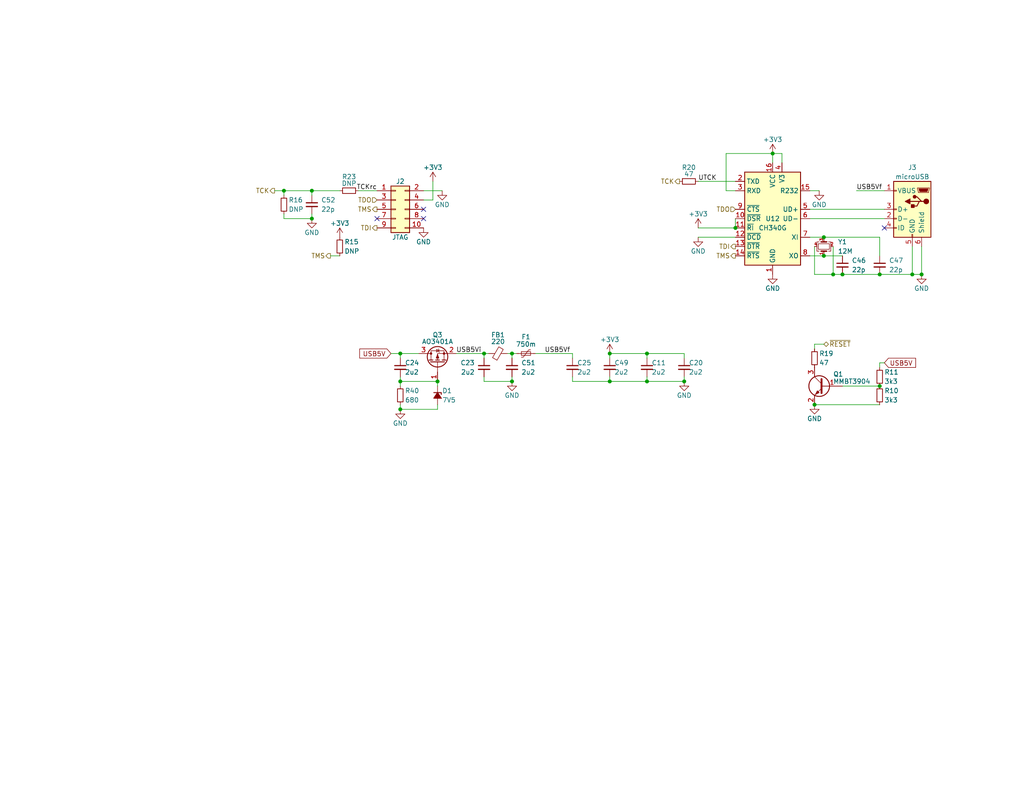
<source format=kicad_sch>
(kicad_sch (version 20231120) (generator "eeschema") (generator_version "8.0")
  (paper "USLetter")
  (title_block (title "WarpSE (GW4410A)") (date "2025-01-05") (rev "1.0") (company "Garrett's Workshop"))
  (lib_symbols
    (symbol "Connector:USB_B_Micro" (pin_names (offset 1.016))
      (property "Reference" "J" (at -5.08 11.43 0))
      (property "Value" "USB_B_Micro" (at -5.08 8.89 0))
      (symbol "USB_B_Micro_0_1"
        (rectangle (start -5.08 -7.62) (end 5.08 7.62) (stroke (width 0.254)) (fill (type background)))
        (circle (center -3.81 2.159) (radius 0.635) (stroke (width 0.254)) (fill (type outline)))
        (circle (center -0.635 3.429) (radius 0.381) (stroke (width 0.254)) (fill (type outline)))
        (rectangle (start -0.127 -7.62) (end 0.127 -6.858))
        (polyline (pts (xy -1.905 2.159) (xy 0.635 2.159)) (stroke (width 0.254)))
        (polyline (pts (xy -3.175 2.159) (xy -2.54 2.159) (xy -1.27 3.429) (xy -0.635 3.429)) (stroke (width 0.254)))
        (polyline (pts (xy -2.54 2.159) (xy -1.905 2.159) (xy -1.27 0.889) (xy 0 0.889)) (stroke (width 0.254)))
        (polyline (pts (xy 0.635 2.794) (xy 0.635 1.524) (xy 1.905 2.159) (xy 0.635 2.794)) (stroke (width 0.254)) (fill (type outline)))
        (polyline (pts (xy -4.318 5.588) (xy -1.778 5.588) (xy -2.032 4.826) (xy -4.064 4.826) (xy -4.318 5.588)) (fill (type outline)))
        (polyline (pts (xy -4.699 5.842) (xy -4.699 5.588) (xy -4.445 4.826) (xy -4.445 4.572) (xy -1.651 4.572) (xy -1.651 4.826) (xy -1.397 5.588) (xy -1.397 5.842) (xy -4.699 5.842)))
        (rectangle (start 0.254 1.27) (end -0.508 0.508) (stroke (width 0.254)) (fill (type outline)))
        (rectangle (start 5.08 -5.207) (end 4.318 -4.953))
        (rectangle (start 5.08 -2.667) (end 4.318 -2.413))
        (rectangle (start 5.08 -0.127) (end 4.318 0.127))
        (rectangle (start 5.08 4.953) (end 4.318 5.207))
      )
      (symbol "USB_B_Micro_1_1"
        (pin power_out line (at 7.62 5.08 180) (length 2.54) (name "VBUS") (number "1"))
        (pin bidirectional line (at 7.62 -2.54 180) (length 2.54) (name "D-") (number "2"))
        (pin bidirectional line (at 7.62 0 180) (length 2.54) (name "D+") (number "3"))
        (pin passive line (at 7.62 -5.08 180) (length 2.54) (name "ID") (number "4"))
        (pin power_out line (at 0 -10.16 90) (length 2.54) (name "GND") (number "5"))
        (pin passive line (at -2.54 -10.16 90) (length 2.54) (name "Shield") (number "6"))
      )
    )
    (symbol "Connector_Generic:Conn_02x05_Odd_Even" (pin_names (offset 1.016) hide)
      (property "Reference" "J" (at 1.27 7.62 0))
      (property "Value" "Conn_02x05_Odd_Even" (at 1.27 -7.62 0))
      (symbol "Conn_02x05_Odd_Even_1_1"
        (rectangle (start -1.27 -4.953) (end 0 -5.207) (stroke (width 0.1524)))
        (rectangle (start -1.27 -2.413) (end 0 -2.667) (stroke (width 0.1524)))
        (rectangle (start -1.27 0.127) (end 0 -0.127) (stroke (width 0.1524)))
        (rectangle (start -1.27 2.667) (end 0 2.413) (stroke (width 0.1524)))
        (rectangle (start -1.27 5.207) (end 0 4.953) (stroke (width 0.1524)))
        (rectangle (start -1.27 6.35) (end 3.81 -6.35) (stroke (width 0.254)) (fill (type background)))
        (rectangle (start 3.81 -4.953) (end 2.54 -5.207) (stroke (width 0.1524)))
        (rectangle (start 3.81 -2.413) (end 2.54 -2.667) (stroke (width 0.1524)))
        (rectangle (start 3.81 0.127) (end 2.54 -0.127) (stroke (width 0.1524)))
        (rectangle (start 3.81 2.667) (end 2.54 2.413) (stroke (width 0.1524)))
        (rectangle (start 3.81 5.207) (end 2.54 4.953) (stroke (width 0.1524)))
        (pin passive line (at -5.08 5.08 0) (length 3.81) (name "Pin_1") (number "1"))
        (pin passive line (at 7.62 -5.08 180) (length 3.81) (name "Pin_10") (number "10"))
        (pin passive line (at 7.62 5.08 180) (length 3.81) (name "Pin_2") (number "2"))
        (pin passive line (at -5.08 2.54 0) (length 3.81) (name "Pin_3") (number "3"))
        (pin passive line (at 7.62 2.54 180) (length 3.81) (name "Pin_4") (number "4"))
        (pin passive line (at -5.08 0 0) (length 3.81) (name "Pin_5") (number "5"))
        (pin passive line (at 7.62 0 180) (length 3.81) (name "Pin_6") (number "6"))
        (pin passive line (at -5.08 -2.54 0) (length 3.81) (name "Pin_7") (number "7"))
        (pin passive line (at 7.62 -2.54 180) (length 3.81) (name "Pin_8") (number "8"))
        (pin passive line (at -5.08 -5.08 0) (length 3.81) (name "Pin_9") (number "9"))
      )
    )
    (symbol "Device:C_Small" (pin_numbers hide) (pin_names (offset 0.254) hide)
      (property "Reference" "C" (at 0.254 1.778 0))
      (property "Value" "C_Small" (at 0.254 -2.032 0))
      (symbol "C_Small_0_1"
        (polyline (pts (xy -1.524 -0.508) (xy 1.524 -0.508)) (stroke (width 0.3302)))
        (polyline (pts (xy -1.524 0.508) (xy 1.524 0.508)) (stroke (width 0.3048)))
      )
      (symbol "C_Small_1_1"
        (pin passive line (at 0 2.54 270) (length 2.032) (name "~") (number "1"))
        (pin passive line (at 0 -2.54 90) (length 2.032) (name "~") (number "2"))
      )
    )
    (symbol "Device:Crystal_GND24_Small" (pin_names (offset 1.016) hide)
      (property "Reference" "Y" (at 1.27 4.445 0))
      (property "Value" "Crystal_GND24_Small" (at 1.27 2.54 0))
      (symbol "Crystal_GND24_Small_0_1"
        (rectangle (start -0.762 -1.524) (end 0.762 1.524))
        (polyline (pts (xy -1.27 -0.762) (xy -1.27 0.762)) (stroke (width 0.381)))
        (polyline (pts (xy 1.27 -0.762) (xy 1.27 0.762)) (stroke (width 0.381)))
        (polyline (pts (xy -1.27 -1.27) (xy -1.27 -1.905) (xy 1.27 -1.905) (xy 1.27 -1.27)))
        (polyline (pts (xy -1.27 1.27) (xy -1.27 1.905) (xy 1.27 1.905) (xy 1.27 1.27)))
      )
      (symbol "Crystal_GND24_Small_1_1"
        (pin passive line (at -2.54 0 0) (length 1.27) (name "1") (number "1"))
        (pin passive line (at 0 -2.54 90) (length 0.635) (name "2") (number "2"))
        (pin passive line (at 2.54 0 180) (length 1.27) (name "3") (number "3"))
        (pin passive line (at 0 2.54 270) (length 0.635) (name "4") (number "4"))
      )
    )
    (symbol "Device:D_Zener_Small_Filled" (pin_numbers hide) (pin_names (offset 0.254) hide)
      (property "Reference" "D" (at 0 2.286 0))
      (property "Value" "D_Zener_Small_Filled" (at 0 -2.286 0))
      (symbol "D_Zener_Small_Filled_0_1"
        (polyline (pts (xy 0.762 0) (xy -0.762 0)))
        (polyline (pts (xy -0.254 1.016) (xy -0.762 1.016) (xy -0.762 -1.016)) (stroke (width 0.254)))
        (polyline (pts (xy 0.762 1.016) (xy -0.762 0) (xy 0.762 -1.016) (xy 0.762 1.016)) (stroke (width 0.254)) (fill (type outline)))
      )
      (symbol "D_Zener_Small_Filled_1_1"
        (pin passive line (at -2.54 0 0) (length 1.778) (name "K") (number "1"))
        (pin passive line (at 2.54 0 180) (length 1.778) (name "A") (number "2"))
      )
    )
    (symbol "Device:FerriteBead_Small" (pin_numbers hide) (pin_names (offset 0))
      (property "Reference" "FB" (at 1.905 1.27 0))
      (property "Value" "FerriteBead_Small" (at 1.905 -1.27 0))
      (symbol "FerriteBead_Small_0_1"
        (polyline (pts (xy 0 -1.27) (xy 0 -0.7874)))
        (polyline (pts (xy 0 0.889) (xy 0 1.2954)))
        (polyline (pts (xy -1.8288 0.2794) (xy -1.1176 1.4986) (xy 1.8288 -0.2032) (xy 1.1176 -1.4224) (xy -1.8288 0.2794)))
      )
      (symbol "FerriteBead_Small_1_1"
        (pin passive line (at 0 2.54 270) (length 1.27) (name "~") (number "1"))
        (pin passive line (at 0 -2.54 90) (length 1.27) (name "~") (number "2"))
      )
    )
    (symbol "Device:Polyfuse_Small" (pin_numbers hide) (pin_names (offset 0))
      (property "Reference" "F" (at -1.905 0 90))
      (property "Value" "Polyfuse_Small" (at 1.905 0 90))
      (symbol "Polyfuse_Small_0_1"
        (rectangle (start -0.508 1.27) (end 0.508 -1.27))
        (polyline (pts (xy 0 2.54) (xy 0 -2.54)))
        (polyline (pts (xy -1.016 1.27) (xy -1.016 0.762) (xy 1.016 -0.762) (xy 1.016 -1.27)))
      )
      (symbol "Polyfuse_Small_1_1"
        (pin passive line (at 0 2.54 270) (length 0.635) (name "~") (number "1"))
        (pin passive line (at 0 -2.54 90) (length 0.635) (name "~") (number "2"))
      )
    )
    (symbol "Device:Q_PMOS_GSD" (pin_names (offset 0) hide)
      (property "Reference" "Q" (at 5.08 1.27 0))
      (property "Value" "Q_PMOS_GSD" (at 5.08 -1.27 0))
      (symbol "Q_PMOS_GSD_0_1"
        (polyline (pts (xy 0.254 0) (xy -2.54 0)))
        (polyline (pts (xy 0.254 1.905) (xy 0.254 -1.905)) (stroke (width 0.254)))
        (polyline (pts (xy 0.762 -1.27) (xy 0.762 -2.286)) (stroke (width 0.254)))
        (polyline (pts (xy 0.762 0.508) (xy 0.762 -0.508)) (stroke (width 0.254)))
        (polyline (pts (xy 0.762 2.286) (xy 0.762 1.27)) (stroke (width 0.254)))
        (polyline (pts (xy 2.54 2.54) (xy 2.54 1.778)))
        (polyline (pts (xy 2.54 -2.54) (xy 2.54 0) (xy 0.762 0)))
        (polyline (pts (xy 0.762 1.778) (xy 3.302 1.778) (xy 3.302 -1.778) (xy 0.762 -1.778)))
        (polyline (pts (xy 2.286 0) (xy 1.27 0.381) (xy 1.27 -0.381) (xy 2.286 0)) (fill (type outline)))
        (polyline (pts (xy 2.794 -0.508) (xy 2.921 -0.381) (xy 3.683 -0.381) (xy 3.81 -0.254)))
        (polyline (pts (xy 3.302 -0.381) (xy 2.921 0.254) (xy 3.683 0.254) (xy 3.302 -0.381)))
        (circle (center 1.651 0) (radius 2.794) (stroke (width 0.254)))
        (circle (center 2.54 -1.778) (radius 0.254) (fill (type outline)))
        (circle (center 2.54 1.778) (radius 0.254) (fill (type outline)))
      )
      (symbol "Q_PMOS_GSD_1_1"
        (pin input line (at -5.08 0 0) (length 2.54) (name "G") (number "1"))
        (pin passive line (at 2.54 -5.08 90) (length 2.54) (name "S") (number "2"))
        (pin passive line (at 2.54 5.08 270) (length 2.54) (name "D") (number "3"))
      )
    )
    (symbol "Device:R_Small" (pin_numbers hide) (pin_names (offset 0.254) hide)
      (property "Reference" "R" (at 0.762 0.508 0))
      (property "Value" "R_Small" (at 0.762 -1.016 0))
      (symbol "R_Small_0_1"
        (rectangle (start -0.762 1.778) (end 0.762 -1.778) (stroke (width 0.2032)))
      )
      (symbol "R_Small_1_1"
        (pin passive line (at 0 2.54 270) (length 0.762) (name "~") (number "1"))
        (pin passive line (at 0 -2.54 90) (length 0.762) (name "~") (number "2"))
      )
    )
    (symbol "Interface_USB:CH340G"
      (property "Reference" "U" (at -5.08 13.97 0))
      (property "Value" "CH340G" (at 1.27 13.97 0))
      (symbol "CH340G_0_1"
        (rectangle (start -7.62 12.7) (end 7.62 -12.7) (stroke (width 0.254)) (fill (type background)))
      )
      (symbol "CH340G_1_1"
        (pin power_in line (at 0 -15.24 90) (length 2.54) (name "GND") (number "1"))
        (pin input line (at 10.16 0 180) (length 2.54) (name "~{DSR}") (number "10"))
        (pin input line (at 10.16 -2.54 180) (length 2.54) (name "~{RI}") (number "11"))
        (pin input line (at 10.16 -5.08 180) (length 2.54) (name "~{DCD}") (number "12"))
        (pin output line (at 10.16 -7.62 180) (length 2.54) (name "~{DTR}") (number "13"))
        (pin output line (at 10.16 -10.16 180) (length 2.54) (name "~{RTS}") (number "14"))
        (pin input line (at -10.16 7.62 0) (length 2.54) (name "R232") (number "15"))
        (pin power_in line (at 0 15.24 270) (length 2.54) (name "VCC") (number "16"))
        (pin output line (at 10.16 10.16 180) (length 2.54) (name "TXD") (number "2"))
        (pin input line (at 10.16 7.62 180) (length 2.54) (name "RXD") (number "3"))
        (pin passive line (at -2.54 15.24 270) (length 2.54) (name "V3") (number "4"))
        (pin bidirectional line (at -10.16 2.54 0) (length 2.54) (name "UD+") (number "5"))
        (pin bidirectional line (at -10.16 0 0) (length 2.54) (name "UD-") (number "6"))
        (pin input line (at -10.16 -5.08 0) (length 2.54) (name "XI") (number "7"))
        (pin output line (at -10.16 -10.16 0) (length 2.54) (name "XO") (number "8"))
        (pin input line (at 10.16 2.54 180) (length 2.54) (name "~{CTS}") (number "9"))
      )
    )
    (symbol "Transistor_BJT:MMBT3904" (pin_names (offset 0) hide)
      (property "Reference" "Q" (at 5.08 1.905 0))
      (property "Value" "MMBT3904" (at 5.08 0 0))
      (symbol "MMBT3904_0_1"
        (polyline (pts (xy 0.635 0.635) (xy 2.54 2.54)))
        (polyline (pts (xy 0.635 -0.635) (xy 2.54 -2.54) (xy 2.54 -2.54)))
        (polyline (pts (xy 0.635 1.905) (xy 0.635 -1.905) (xy 0.635 -1.905)) (stroke (width 0.508)))
        (polyline (pts (xy 1.27 -1.778) (xy 1.778 -1.27) (xy 2.286 -2.286) (xy 1.27 -1.778) (xy 1.27 -1.778)) (fill (type outline)))
        (circle (center 1.27 0) (radius 2.8194) (stroke (width 0.254)))
      )
      (symbol "MMBT3904_1_1"
        (pin input line (at -5.08 0 0) (length 5.715) (name "B") (number "1"))
        (pin passive line (at 2.54 -5.08 90) (length 2.54) (name "E") (number "2"))
        (pin passive line (at 2.54 5.08 270) (length 2.54) (name "C") (number "3"))
      )
    )
    (symbol "power:+3V3" (power) (pin_names (offset 0))
      (property "Value" "+3V3" (at 0 3.556 0))
      (symbol "+3V3_0_1"
        (polyline (pts (xy -0.762 1.27) (xy 0 2.54)))
        (polyline (pts (xy 0 0) (xy 0 2.54)))
        (polyline (pts (xy 0 2.54) (xy 0.762 1.27)))
      )
      (symbol "+3V3_1_1"
        (pin power_in line (at 0 0 90) (length 0) hide (name "+3V3") (number "1"))
      )
    )
    (symbol "power:GND" (power) (pin_names (offset 0))
      (property "Value" "GND" (at 0 -3.81 0))
      (symbol "GND_0_1"
        (polyline (pts (xy 0 0) (xy 0 -1.27) (xy 1.27 -1.27) (xy 0 -2.54) (xy -1.27 -1.27) (xy 0 -1.27)))
      )
      (symbol "GND_1_1"
        (pin power_in line (at 0 0 270) (length 0) hide (name "GND") (number "1"))
      )
    )
  )
  (junction (at 109.22 111.76))
  (junction (at 251.46 74.93))
  (junction (at 200.66 62.23))
  (junction (at 109.22 96.52))
  (junction (at 166.37 104.14))
  (junction (at 176.53 96.52))
  (junction (at 186.69 104.14))
  (junction (at 210.82 41.91))
  (junction (at 240.03 74.93))
  (junction (at 139.7 104.14))
  (junction (at 227.33 74.93))
  (junction (at 224.79 69.85))
  (junction (at 229.87 74.93))
  (junction (at 85.09 52.07))
  (junction (at 77.47 52.07))
  (junction (at 222.25 110.49))
  (junction (at 109.22 104.14))
  (junction (at 119.38 104.14))
  (junction (at 139.7 96.52))
  (junction (at 240.03 105.41))
  (junction (at 132.08 96.52))
  (junction (at 85.09 59.69))
  (junction (at 176.53 104.14))
  (junction (at 248.92 74.93))
  (junction (at 224.79 64.77))
  (junction (at 166.37 96.52))
  (no_connect (at 115.57 59.69))
  (no_connect (at 241.3 62.23))
  (no_connect (at 102.87 59.69))
  (no_connect (at 115.57 57.15))
  (wire (pts (xy 85.09 52.07) (xy 92.71 52.07)))
  (wire (pts (xy 220.98 64.77) (xy 224.79 64.77)))
  (wire (pts (xy 229.87 69.85) (xy 224.79 69.85)))
  (wire (pts (xy 233.68 52.07) (xy 241.3 52.07)))
  (wire (pts (xy 240.03 64.77) (xy 240.03 69.85)))
  (wire (pts (xy 115.57 52.07) (xy 120.65 52.07)))
  (wire (pts (xy 213.36 41.91) (xy 213.36 44.45)))
  (wire (pts (xy 109.22 96.52) (xy 114.3 96.52)))
  (wire (pts (xy 109.22 104.14) (xy 119.38 104.14)))
  (wire (pts (xy 119.38 104.14) (xy 119.38 105.41)))
  (wire (pts (xy 85.09 53.34) (xy 85.09 52.07)))
  (wire (pts (xy 198.12 41.91) (xy 210.82 41.91)))
  (wire (pts (xy 85.09 59.69) (xy 85.09 58.42)))
  (wire (pts (xy 146.05 96.52) (xy 156.21 96.52)))
  (wire (pts (xy 220.98 69.85) (xy 224.79 69.85)))
  (wire (pts (xy 139.7 96.52) (xy 139.7 97.79)))
  (wire (pts (xy 229.87 74.93) (xy 240.03 74.93)))
  (wire (pts (xy 176.53 96.52) (xy 186.69 96.52)))
  (wire (pts (xy 115.57 54.61) (xy 118.11 54.61)))
  (wire (pts (xy 92.71 69.85) (xy 90.17 69.85)))
  (wire (pts (xy 156.21 96.52) (xy 156.21 97.79)))
  (wire (pts (xy 106.68 96.52) (xy 109.22 96.52)))
  (wire (pts (xy 77.47 52.07) (xy 85.09 52.07)))
  (wire (pts (xy 248.92 74.93) (xy 251.46 74.93)))
  (wire (pts (xy 118.11 54.61) (xy 118.11 49.53)))
  (wire (pts (xy 227.33 74.93) (xy 222.25 74.93)))
  (wire (pts (xy 186.69 96.52) (xy 186.69 97.79)))
  (wire (pts (xy 227.33 67.31) (xy 227.33 74.93)))
  (wire (pts (xy 222.25 93.98) (xy 222.25 95.25)))
  (wire (pts (xy 109.22 111.76) (xy 119.38 111.76)))
  (wire (pts (xy 77.47 59.69) (xy 85.09 59.69)))
  (wire (pts (xy 139.7 96.52) (xy 140.97 96.52)))
  (wire (pts (xy 109.22 110.49) (xy 109.22 111.76)))
  (wire (pts (xy 166.37 96.52) (xy 166.37 97.79)))
  (wire (pts (xy 156.21 104.14) (xy 156.21 102.87)))
  (wire (pts (xy 251.46 67.31) (xy 251.46 74.93)))
  (wire (pts (xy 200.66 62.23) (xy 200.66 59.69)))
  (wire (pts (xy 176.53 96.52) (xy 176.53 97.79)))
  (wire (pts (xy 210.82 41.91) (xy 213.36 41.91)))
  (wire (pts (xy 241.3 99.06) (xy 240.03 99.06)))
  (wire (pts (xy 224.79 64.77) (xy 240.03 64.77)))
  (wire (pts (xy 74.93 52.07) (xy 77.47 52.07)))
  (wire (pts (xy 119.38 110.49) (xy 119.38 111.76)))
  (wire (pts (xy 240.03 105.41) (xy 229.87 105.41)))
  (wire (pts (xy 186.69 104.14) (xy 186.69 102.87)))
  (wire (pts (xy 248.92 67.31) (xy 248.92 74.93)))
  (wire (pts (xy 223.52 52.07) (xy 220.98 52.07)))
  (wire (pts (xy 240.03 74.93) (xy 248.92 74.93)))
  (wire (pts (xy 132.08 104.14) (xy 139.7 104.14)))
  (wire (pts (xy 176.53 104.14) (xy 166.37 104.14)))
  (wire (pts (xy 166.37 96.52) (xy 176.53 96.52)))
  (wire (pts (xy 190.5 62.23) (xy 200.66 62.23)))
  (wire (pts (xy 186.69 104.14) (xy 176.53 104.14)))
  (wire (pts (xy 222.25 110.49) (xy 240.03 110.49)))
  (wire (pts (xy 227.33 74.93) (xy 229.87 74.93)))
  (wire (pts (xy 109.22 102.87) (xy 109.22 104.14)))
  (wire (pts (xy 176.53 104.14) (xy 176.53 102.87)))
  (wire (pts (xy 139.7 104.14) (xy 139.7 102.87)))
  (wire (pts (xy 240.03 99.06) (xy 240.03 100.33)))
  (wire (pts (xy 109.22 104.14) (xy 109.22 105.41)))
  (wire (pts (xy 166.37 104.14) (xy 166.37 102.87)))
  (wire (pts (xy 109.22 96.52) (xy 109.22 97.79)))
  (wire (pts (xy 77.47 53.34) (xy 77.47 52.07)))
  (wire (pts (xy 138.43 96.52) (xy 139.7 96.52)))
  (wire (pts (xy 77.47 59.69) (xy 77.47 58.42)))
  (wire (pts (xy 132.08 96.52) (xy 133.35 96.52)))
  (wire (pts (xy 156.21 104.14) (xy 166.37 104.14)))
  (wire (pts (xy 222.25 74.93) (xy 222.25 67.31)))
  (wire (pts (xy 241.3 57.15) (xy 220.98 57.15)))
  (wire (pts (xy 198.12 41.91) (xy 198.12 52.07)))
  (wire (pts (xy 224.79 93.98) (xy 222.25 93.98)))
  (wire (pts (xy 190.5 64.77) (xy 200.66 64.77)))
  (wire (pts (xy 198.12 52.07) (xy 200.66 52.07)))
  (wire (pts (xy 220.98 59.69) (xy 241.3 59.69)))
  (wire (pts (xy 132.08 104.14) (xy 132.08 102.87)))
  (wire (pts (xy 132.08 96.52) (xy 132.08 97.79)))
  (wire (pts (xy 210.82 41.91) (xy 210.82 44.45)))
  (wire (pts (xy 124.46 96.52) (xy 132.08 96.52)))
  (wire (pts (xy 97.79 52.07) (xy 102.87 52.07)))
  (wire (pts (xy 200.66 49.53) (xy 190.5 49.53)))
  (label "USB5Vf" (at 148.59 96.52 0))
  (label "UTCK" (at 190.5 49.53 0))
  (label "USB5Vi" (at 124.46 96.52 0))
  (label "TCKrc" (at 102.87 52.07 180))
  (label "USB5Vf" (at 233.68 52.07 0))
  (global_label "USB5V" (shape input) (at 106.68 96.52 180) (property "Intersheetrefs" "${INTERSHEET_REFS}" (effects (hide yes))))
  (global_label "USB5V" (shape input) (at 241.3 99.06 0) (property "Intersheetrefs" "${INTERSHEET_REFS}" (effects (hide yes))))
  (hierarchical_label "TCK" (shape output) (at 74.93 52.07 180))
  (hierarchical_label "TMS" (shape output) (at 90.17 69.85 180))
  (hierarchical_label "~{RESET}" (shape tri_state) (at 224.79 93.98 0))
  (hierarchical_label "TMS" (shape output) (at 200.66 69.85 180))
  (hierarchical_label "TDI" (shape output) (at 102.87 62.23 180))
  (hierarchical_label "TMS" (shape output) (at 102.87 57.15 180))
  (hierarchical_label "TDO" (shape input) (at 200.66 57.15 180))
  (hierarchical_label "TCK" (shape output) (at 185.42 49.53 180))
  (hierarchical_label "TDO" (shape input) (at 102.87 54.61 180))
  (hierarchical_label "TDI" (shape output) (at 200.66 67.31 180))
  (symbol (lib_id "Connector_Generic:Conn_02x05_Odd_Even") (at 107.95 57.15 0) (unit 1)
    (property "Reference" "J2" (at 109.22 49.53 0))
    (property "Value" "JTAG" (at 109.22 64.77 0))
    (property "Footprint" "stdpads:Tag-Connect_TC2050-IDC-FP_2x05_P1.27mm_Vertical" (effects (hide yes)))
  )
  (symbol (lib_id "power:+3V3") (at 118.11 49.53 0) (unit 1)
    (property "Reference" "#PWR0128" (effects (hide yes)))
    (property "Value" "+3V3" (at 118.11 45.72 0))
  )
  (symbol (lib_id "Interface_USB:CH340G") (at 210.82 59.69 0) (mirror y) (unit 1)
    (property "Reference" "U12" (at 210.82 59.69 0))
    (property "Value" "CH340G" (at 210.82 62.23 0))
    (property "Footprint" "stdpads:SOIC-16_3.9mm" (effects (hide yes)))
    (property "LCSC Part" "C14267" (effects (hide yes)))
  )
  (symbol (lib_id "power:GND") (at 223.52 52.07 0) (mirror y) (unit 1)
    (property "Reference" "#PWR0164" (effects (hide yes)))
    (property "Value" "GND" (at 223.52 55.88 0))
  )
  (symbol (lib_id "Device:C_Small") (at 176.53 100.33 0) (unit 1)
    (property "Reference" "C11" (at 177.8 99.06 0) (effects (justify left)))
    (property "Value" "2u2" (at 177.8 101.6 0) (effects (justify left)))
    (property "Footprint" "stdpads:C_0603" (effects (hide yes)))
    (property "LCSC Part" "C23630" (effects (hide yes)))
  )
  (symbol (lib_id "Device:C_Small") (at 156.21 100.33 0) (unit 1)
    (property "Reference" "C25" (at 157.48 99.06 0) (effects (justify left)))
    (property "Value" "2u2" (at 157.48 101.6 0) (effects (justify left)))
    (property "Footprint" "stdpads:C_0603" (effects (hide yes)))
    (property "LCSC Part" "C23630" (effects (hide yes)))
  )
  (symbol (lib_id "power:GND") (at 251.46 74.93 0) (mirror y) (unit 1)
    (property "Reference" "#PWR0165" (effects (hide yes)))
    (property "Value" "GND" (at 251.46 78.74 0))
  )
  (symbol (lib_id "power:GND") (at 115.57 62.23 0) (unit 1)
    (property "Reference" "#PWR0127" (effects (hide yes)))
    (property "Value" "GND" (at 115.57 66.04 0))
  )
  (symbol (lib_id "Device:C_Small") (at 229.87 72.39 0) (unit 1)
    (property "Reference" "C46" (at 232.41 71.12 0) (effects (justify left)))
    (property "Value" "22p" (at 232.41 73.66 0) (effects (justify left)))
    (property "Footprint" "stdpads:C_0603" (effects (hide yes)))
    (property "LCSC Part" "C1653" (effects (hide yes)))
  )
  (symbol (lib_id "Device:C_Small") (at 240.03 72.39 0) (unit 1)
    (property "Reference" "C47" (at 242.57 71.12 0) (effects (justify left)))
    (property "Value" "22p" (at 242.57 73.66 0) (effects (justify left)))
    (property "Footprint" "stdpads:C_0603" (effects (hide yes)))
    (property "LCSC Part" "C1653" (effects (hide yes)))
  )
  (symbol (lib_id "Connector:USB_B_Micro") (at 248.92 57.15 0) (mirror y) (unit 1)
    (property "Reference" "J3" (at 248.92 45.72 0))
    (property "Value" "microUSB" (at 248.92 48.26 0))
    (property "Footprint" "stdpads:USB_Micro-B_Amphenol_10118192-0001" (effects (hide yes)))
    (property "LCSC Part" "C132564" (effects (hide yes)))
  )
  (symbol (lib_id "power:GND") (at 120.65 52.07 0) (unit 1)
    (property "Reference" "#PWR0204" (effects (hide yes)))
    (property "Value" "GND" (at 120.65 55.88 0))
  )
  (symbol (lib_id "power:GND") (at 186.69 104.14 0) (mirror y) (unit 1)
    (property "Reference" "#PWR0199" (effects (hide yes)))
    (property "Value" "GND" (at 186.69 107.95 0))
  )
  (symbol (lib_id "power:GND") (at 210.82 74.93 0) (mirror y) (unit 1)
    (property "Reference" "#PWR0162" (effects (hide yes)))
    (property "Value" "GND" (at 210.82 78.74 0))
  )
  (symbol (lib_id "Device:R_Small") (at 77.47 55.88 0) (mirror y) (unit 1)
    (property "Reference" "R16" (at 78.74 54.61 0) (effects (justify right)))
    (property "Value" "DNP" (at 78.74 57.15 0) (effects (justify right)))
    (property "Footprint" "stdpads:R_0603" (effects (hide yes)))
  )
  (symbol (lib_id "Device:R_Small") (at 92.71 67.31 0) (mirror y) (unit 1)
    (property "Reference" "R15" (at 93.98 66.04 0) (effects (justify right)))
    (property "Value" "DNP" (at 93.98 68.58 0) (effects (justify right)))
    (property "Footprint" "stdpads:R_0603" (effects (hide yes)))
  )
  (symbol (lib_id "power:+3V3") (at 92.71 64.77 0) (unit 1)
    (property "Reference" "#PWR0205" (effects (hide yes)))
    (property "Value" "+3V3" (at 92.71 60.96 0))
  )
  (symbol (lib_id "power:GND") (at 85.09 59.69 0) (unit 1)
    (property "Reference" "#PWR0206" (effects (hide yes)))
    (property "Value" "GND" (at 85.09 63.5 0))
  )
  (symbol (lib_id "Device:R_Small") (at 240.03 102.87 180) (unit 1)
    (property "Reference" "R11" (at 241.3 101.6 0) (effects (justify right)))
    (property "Value" "3k3" (at 241.3 104.14 0) (effects (justify right)))
    (property "Footprint" "stdpads:R_0603" (effects (hide yes)))
    (property "LCSC Part" "C21190" (effects (hide yes)))
  )
  (symbol (lib_id "power:+3V3") (at 190.5 62.23 0) (unit 1)
    (property "Reference" "#PWR022" (effects (hide yes)))
    (property "Value" "+3V3" (at 190.5 58.42 0))
  )
  (symbol (lib_id "Device:Crystal_GND24_Small") (at 224.79 67.31 90) (unit 1)
    (property "Reference" "Y1" (at 228.6 66.04 90) (effects (justify right)))
    (property "Value" "12M" (at 228.6 68.58 90) (effects (justify right)))
    (property "Footprint" "stdpads:Crystal_SMD_3225-4Pin_3.2x2.5mm" (effects (hide yes)))
    (property "LCSC Part" "C9002" (effects (hide yes)))
  )
  (symbol (lib_id "power:+3V3") (at 166.37 96.52 0) (unit 1)
    (property "Reference" "#PWR023" (effects (hide yes)))
    (property "Value" "+3V3" (at 166.37 92.71 0))
  )
  (symbol (lib_id "Device:Q_PMOS_GSD") (at 119.38 99.06 90) (unit 1)
    (property "Reference" "Q3" (at 119.38 91.44 90))
    (property "Value" "AO3401A" (at 119.38 93.98 90) (effects (justify top)))
    (property "Footprint" "stdpads:SOT-23" (effects (hide yes)))
    (property "Description" "P-MOSFET transistor, gate/source/drain" (effects (hide yes)))
  )
  (symbol (lib_id "power:GND") (at 109.22 111.76 0) (unit 1)
    (property "Reference" "#PWR052" (effects (hide yes)))
    (property "Value" "GND" (at 109.22 115.57 0))
  )
  (symbol (lib_id "Transistor_BJT:MMBT3904") (at 224.79 105.41 0) (mirror y) (unit 1)
    (property "Reference" "Q1" (at 227.33 102.87 0) (effects (justify right bottom)))
    (property "Value" "MMBT3904" (at 227.33 104.14 0) (effects (justify right)))
    (property "Footprint" "stdpads:SOT-23" (effects (hide yes)))
    (property "LCSC Part" "C20526" (effects (hide yes)))
  )
  (symbol (lib_id "Device:R_Small") (at 109.22 107.95 180) (unit 1)
    (property "Reference" "R40" (at 110.49 106.68 0) (effects (justify right)))
    (property "Value" "680" (at 110.49 109.22 0) (effects (justify right)))
    (property "Footprint" "stdpads:R_0805" (effects (hide yes)))
    (property "LCSC Part" "C17798" (effects (hide yes)))
  )
  (symbol (lib_id "Device:C_Small") (at 139.7 100.33 0) (unit 1)
    (property "Reference" "C51" (at 142.24 99.0662 0) (effects (justify left)))
    (property "Value" "2u2" (at 142.24 101.6062 0) (effects (justify left)))
    (property "Footprint" "stdpads:C_0603" (effects (hide yes)))
    (property "Description" "Unpolarized capacitor, small symbol" (effects (hide yes)))
    (property "LCSC Part" "C23630" (effects (hide yes)))
  )
  (symbol (lib_id "power:GND") (at 139.7 104.14 0) (unit 1)
    (property "Reference" "#PWR053" (effects (hide yes)))
    (property "Value" "GND" (at 139.7 107.95 0))
  )
  (symbol (lib_id "Device:Polyfuse_Small") (at 143.51 96.52 90) (unit 1)
    (property "Reference" "F1" (at 143.51 92.71 90) (effects (justify top)))
    (property "Value" "750m" (at 143.51 93.98 90))
    (property "Footprint" "stdpads:BelFuse_1206" (effects (hide yes)))
    (property "Description" "Resettable fuse, polymeric positive temperature coefficient, small symbol" (effects (hide yes)))
    (property "LCSC Part" "C126818" (effects (hide yes)))
  )
  (symbol (lib_id "Device:R_Small") (at 187.96 49.53 270) (unit 1)
    (property "Reference" "R20" (at 187.96 45.72 90))
    (property "Value" "47" (at 187.96 48.26 90) (effects (justify bottom)))
    (property "Footprint" "stdpads:R_0603" (effects (hide yes)))
    (property "LCSC Part" "C23182" (effects (hide yes)))
  )
  (symbol (lib_id "Device:R_Small") (at 222.25 97.79 0) (mirror y) (unit 1)
    (property "Reference" "R19" (at 223.52 96.52 0) (effects (justify right)))
    (property "Value" "47" (at 223.52 99.06 0) (effects (justify right)))
    (property "Footprint" "stdpads:R_0603" (effects (hide yes)))
    (property "LCSC Part" "C23182" (effects (hide yes)))
  )
  (symbol (lib_id "Device:FerriteBead_Small") (at 135.89 96.52 90) (unit 1)
    (property "Reference" "FB1" (at 135.89 91.44 90))
    (property "Value" "220" (at 135.89 93.98 90) (effects (justify top)))
    (property "Footprint" "stdpads:C_0805" (effects (hide yes)))
    (property "Description" "Ferrite bead, small symbol" (effects (hide yes)))
    (property "LCSC Part" "C85840" (effects (hide yes)))
  )
  (symbol (lib_id "power:GND") (at 190.5 64.77 0) (mirror y) (unit 1)
    (property "Reference" "#PWR0113" (effects (hide yes)))
    (property "Value" "GND" (at 190.5 68.58 0))
  )
  (symbol (lib_id "Device:D_Zener_Small_Filled") (at 119.38 107.95 270) (unit 1)
    (property "Reference" "D1" (at 120.65 106.68 90) (effects (justify left)))
    (property "Value" "7V5" (at 120.65 109.22 90) (effects (justify left)))
    (property "Footprint" "stdpads:D_SOD-323" (effects (hide yes)))
    (property "Description" "Zener diode, small symbol, filled shape" (effects (hide yes)))
    (property "LCSC Part" "C95638" (effects (hide yes)))
  )
  (symbol (lib_id "Device:C_Small") (at 166.37 100.33 0) (unit 1)
    (property "Reference" "C49" (at 167.64 99.06 0) (effects (justify left)))
    (property "Value" "2u2" (at 167.64 101.6 0) (effects (justify left)))
    (property "Footprint" "stdpads:C_0603" (effects (hide yes)))
    (property "LCSC Part" "C23630" (effects (hide yes)))
  )
  (symbol (lib_id "Device:C_Small") (at 109.22 100.33 0) (unit 1)
    (property "Reference" "C24" (at 110.49 99.06 0) (effects (justify left)))
    (property "Value" "2u2" (at 110.49 101.6 0) (effects (justify left)))
    (property "Footprint" "stdpads:C_0603" (effects (hide yes)))
    (property "LCSC Part" "C23630" (effects (hide yes)))
  )
  (symbol (lib_id "Device:R_Small") (at 95.25 52.07 270) (unit 1)
    (property "Reference" "R23" (at 95.25 48.26 90))
    (property "Value" "DNP" (at 95.25 50.8 90) (effects (justify bottom)))
    (property "Footprint" "stdpads:R_0603" (effects (hide yes)))
  )
  (symbol (lib_id "Device:C_Small") (at 186.69 100.33 0) (unit 1)
    (property "Reference" "C20" (at 187.96 99.06 0) (effects (justify left)))
    (property "Value" "2u2" (at 187.96 101.6 0) (effects (justify left)))
    (property "Footprint" "stdpads:C_0603" (effects (hide yes)))
    (property "LCSC Part" "C23630" (effects (hide yes)))
  )
  (symbol (lib_id "power:GND") (at 222.25 110.49 0) (unit 1)
    (property "Reference" "#PWR020" (effects (hide yes)))
    (property "Value" "GND" (at 222.25 114.3 0))
  )
  (symbol (lib_id "Device:R_Small") (at 240.03 107.95 180) (unit 1)
    (property "Reference" "R10" (at 241.3 106.68 0) (effects (justify right)))
    (property "Value" "3k3" (at 241.3 109.22 0) (effects (justify right)))
    (property "Footprint" "stdpads:R_0603" (effects (hide yes)))
    (property "LCSC Part" "C21190" (effects (hide yes)))
  )
  (symbol (lib_id "power:+3V3") (at 210.82 41.91 0) (unit 1)
    (property "Reference" "#PWR021" (effects (hide yes)))
    (property "Value" "+3V3" (at 210.82 38.1 0))
  )
  (symbol (lib_id "Device:C_Small") (at 85.09 55.88 0) (unit 1)
    (property "Reference" "C52" (at 87.63 54.61 0) (effects (justify left)))
    (property "Value" "22p" (at 87.63 57.15 0) (effects (justify left)))
    (property "Footprint" "stdpads:C_0603" (effects (hide yes)))
    (property "LCSC Part" "C1653" (effects (hide yes)))
  )
  (symbol (lib_id "Device:C_Small") (at 132.08 100.33 0) (mirror y) (unit 1)
    (property "Reference" "C23" (at 129.54 99.0662 0) (effects (justify left)))
    (property "Value" "2u2" (at 129.54 101.6062 0) (effects (justify left)))
    (property "Footprint" "stdpads:C_0603" (effects (hide yes)))
    (property "Description" "Unpolarized capacitor, small symbol" (effects (hide yes)))
    (property "LCSC Part" "C23630" (effects (hide yes)))
  )
)
</source>
